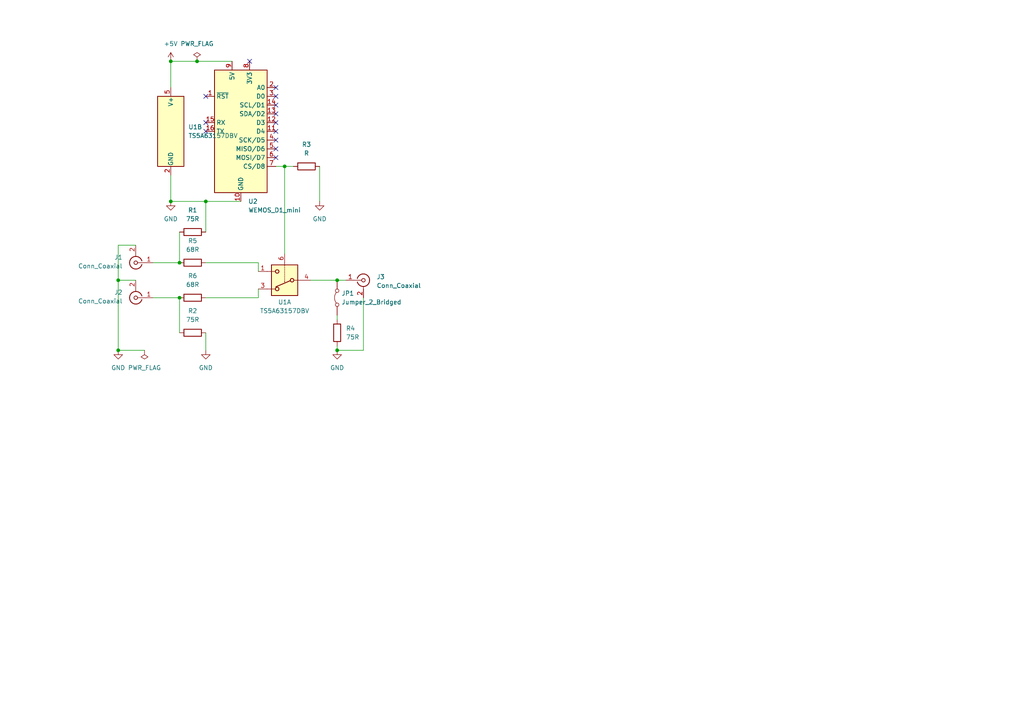
<source format=kicad_sch>
(kicad_sch (version 20250114) (generator "eeschema") (generator_version "9.0")
  (paper "A4")
  (lib_symbols
    (symbol "Analog_Switch:TS5A63157DBV" (pin_names (offset 0.127))
      (property "Reference" "U" (at -3.175 4.699 0))
      (property "Value" "TS5A63157DBV" (at -3.175 2.921 0))
      (symbol "TS5A63157DBV_1_1"
        (polyline (pts (xy -5.08 0) (xy -2.794 0)))
        (rectangle (start -3.81 4.445) (end 3.81 -4.445) (stroke (width 0.254)) (fill (type background)))
        (circle (center -2.159 0) (radius 0.508) (stroke (width 0.254)))
        (polyline (pts (xy -1.651 0.127) (xy 2.54 1.905)) (stroke (width 0.254)))
        (polyline (pts (xy 0 0.254) (xy 0 0.508)))
        (polyline (pts (xy 0 0.254) (xy 0 0.508)))
        (polyline (pts (xy 0 -0.254) (xy 0 0)))
        (polyline (pts (xy 0 -0.762) (xy 0 -0.508)))
        (polyline (pts (xy 0 -1.27) (xy 0 -1.016)))
        (polyline (pts (xy 0 -1.778) (xy 0 -1.524)))
        (polyline (pts (xy 0 -2.286) (xy 0 -2.032)))
        (polyline (pts (xy 0 -2.794) (xy 0 -2.54)))
        (polyline (pts (xy 0 -3.302) (xy 0 -3.048)))
        (polyline (pts (xy 0 -3.81) (xy 0 -3.556)))
        (polyline (pts (xy 0 -4.318) (xy 0 -4.064)))
        (polyline (pts (xy 0 -5.08) (xy 0 -4.572)))
        (circle (center 2.159 2.54) (radius 0.508) (stroke (width 0.254)))
        (circle (center 2.159 -2.54) (radius 0.508) (stroke (width 0.254)))
        (polyline (pts (xy 5.08 2.54) (xy 2.794 2.54)))
        (polyline (pts (xy 5.08 -2.54) (xy 2.794 -2.54)))
        (pin passive line (at -7.62 0 0) (length 2.54) (name "~") (number "4"))
        (pin input line (at 0 -7.62 90) (length 2.54) (name "~") (number "6"))
        (pin passive line (at 7.62 2.54 180) (length 2.54) (name "~") (number "3"))
        (pin passive line (at 7.62 -2.54 180) (length 2.54) (name "~") (number "1"))
      )
      (symbol "TS5A63157DBV_2_0"
        (pin power_in line (at 0 12.7 270) (length 2.54) (name "V+") (number "5"))
        (pin power_in line (at 0 -12.7 90) (length 2.54) (name "GND") (number "2"))
      )
      (symbol "TS5A63157DBV_2_1"
        (rectangle (start -3.81 10.16) (end 3.81 -10.16) (stroke (width 0.254)) (fill (type background)))
      )
    )
    (symbol "Connector:Conn_Coaxial" (pin_names (offset 1.016) (hide yes))
      (property "Reference" "J" (at 0.254 3.048 0))
      (property "Value" "Conn_Coaxial" (at 2.921 0 90))
      (symbol "Conn_Coaxial_0_1"
        (polyline (pts (xy -2.54 0) (xy -0.508 0)))
        (arc (start 1.778 0) (mid 0.222 -1.8079) (end -1.778 -0.508) (stroke (width 0.254)))
        (arc (start -1.778 0.508) (mid 0.2221 1.8084) (end 1.778 0) (stroke (width 0.254)))
        (circle (center 0 0) (radius 0.508) (stroke (width 0.2032)))
        (polyline (pts (xy 0 -2.54) (xy 0 -1.778)))
      )
      (symbol "Conn_Coaxial_1_1"
        (pin passive line (at -5.08 0 0) (length 2.54) (name "In") (number "1"))
        (pin passive line (at 0 -5.08 90) (length 2.54) (name "Ext") (number "2"))
      )
    )
    (symbol "Device:R" (pin_numbers (hide yes)) (pin_names (offset 0))
      (property "Reference" "R" (at 2.032 0 90))
      (property "Value" "R" (at 0 0 90))
      (symbol "R_0_1"
        (rectangle (start -1.016 -2.54) (end 1.016 2.54) (stroke (width 0.254)))
      )
      (symbol "R_1_1"
        (pin passive line (at 0 3.81 270) (length 1.27) (name "~") (number "1"))
        (pin passive line (at 0 -3.81 90) (length 1.27) (name "~") (number "2"))
      )
    )
    (symbol "Jumper:Jumper_2_Bridged" (pin_numbers (hide yes)) (pin_names (offset 0) (hide yes))
      (property "Reference" "JP" (at 0 1.905 0))
      (property "Value" "Jumper_2_Bridged" (at 0 -2.54 0))
      (symbol "Jumper_2_Bridged_0_0"
        (circle (center -2.032 0) (radius 0.508))
        (circle (center 2.032 0) (radius 0.508))
      )
      (symbol "Jumper_2_Bridged_0_1"
        (arc (start -1.524 0.254) (mid 0 0.762) (end 1.524 0.254))
      )
      (symbol "Jumper_2_Bridged_1_1"
        (pin passive line (at -5.08 0 0) (length 2.54) (name "A") (number "1"))
        (pin passive line (at 5.08 0 180) (length 2.54) (name "B") (number "2"))
      )
    )
    (symbol "RF_Module:WEMOS_D1_mini"
      (property "Reference" "U" (at 3.81 19.05 0))
      (property "Value" "WEMOS_D1_mini" (at 1.27 -19.05 0))
      (symbol "WEMOS_D1_mini_1_1"
        (rectangle (start -7.62 17.78) (end 7.62 -17.78) (stroke (width 0.254)) (fill (type background)))
        (pin input line (at -10.16 10.16 0) (length 2.54) (name "~{RST}") (number "1"))
        (pin input line (at -10.16 2.54 0) (length 2.54) (name "RX") (number "15"))
        (pin output line (at -10.16 0 0) (length 2.54) (name "TX") (number "16"))
        (pin power_in line (at -2.54 20.32 270) (length 2.54) (name "5V") (number "9"))
        (pin power_in line (at 0 -20.32 90) (length 2.54) (name "GND") (number "10"))
        (pin power_out line (at 2.54 20.32 270) (length 2.54) (name "3V3") (number "8"))
        (pin input line (at 10.16 12.7 180) (length 2.54) (name "A0") (number "2"))
        (pin bidirectional line (at 10.16 10.16 180) (length 2.54) (name "D0") (number "3"))
        (pin bidirectional line (at 10.16 7.62 180) (length 2.54) (name "SCL/D1") (number "14"))
        (pin bidirectional line (at 10.16 5.08 180) (length 2.54) (name "SDA/D2") (number "13"))
        (pin bidirectional line (at 10.16 2.54 180) (length 2.54) (name "D3") (number "12"))
        (pin bidirectional line (at 10.16 0 180) (length 2.54) (name "D4") (number "11"))
        (pin bidirectional line (at 10.16 -2.54 180) (length 2.54) (name "SCK/D5") (number "4"))
        (pin bidirectional line (at 10.16 -5.08 180) (length 2.54) (name "MISO/D6") (number "5"))
        (pin bidirectional line (at 10.16 -7.62 180) (length 2.54) (name "MOSI/D7") (number "6"))
        (pin bidirectional line (at 10.16 -10.16 180) (length 2.54) (name "CS/D8") (number "7"))
      )
    )
    (symbol "power:+5V" (power) (pin_numbers (hide yes)) (pin_names (offset 0) (hide yes))
      (property "Value" "+5V" (at 0 3.556 0))
      (symbol "+5V_0_1"
        (polyline (pts (xy -0.762 1.27) (xy 0 2.54)))
        (polyline (pts (xy 0 2.54) (xy 0.762 1.27)))
        (polyline (pts (xy 0 0) (xy 0 2.54)))
      )
      (symbol "+5V_1_1"
        (pin power_in line (at 0 0 90) (length 0) (name "~") (number "1"))
      )
    )
    (symbol "power:GND" (power) (pin_numbers (hide yes)) (pin_names (offset 0) (hide yes))
      (property "Value" "GND" (at 0 -3.81 0))
      (symbol "GND_0_1"
        (polyline (pts (xy 0 0) (xy 0 -1.27) (xy 1.27 -1.27) (xy 0 -2.54) (xy -1.27 -1.27) (xy 0 -1.27)))
      )
      (symbol "GND_1_1"
        (pin power_in line (at 0 0 270) (length 0) (name "~") (number "1"))
      )
    )
    (symbol "power:PWR_FLAG" (power) (pin_numbers (hide yes)) (pin_names (offset 0) (hide yes))
      (property "Value" "PWR_FLAG" (at 0 3.81 0))
      (symbol "PWR_FLAG_0_0"
        (pin power_out line (at 0 0 90) (length 0) (name "~") (number "1"))
      )
      (symbol "PWR_FLAG_0_1"
        (polyline (pts (xy 0 0) (xy 0 1.27) (xy -1.016 1.905) (xy 0 2.54) (xy 1.016 1.905) (xy 0 1.27)))
      )
    )
  )
  (junction (at 59.69 58.42))
  (junction (at 34.29 81.28))
  (junction (at 49.53 17.78))
  (junction (at 97.79 81.28))
  (junction (at 82.55 48.26))
  (junction (at 34.29 101.6))
  (junction (at 57.15 17.78))
  (junction (at 49.53 58.42))
  (junction (at 52.07 76.2))
  (junction (at 52.07 86.36))
  (junction (at 97.79 101.6))
  (no_connect (at 59.69 38.1))
  (no_connect (at 80.01 33.02))
  (no_connect (at 80.01 35.56))
  (no_connect (at 72.39 17.78))
  (no_connect (at 80.01 38.1))
  (no_connect (at 80.01 40.64))
  (no_connect (at 80.01 43.18))
  (no_connect (at 80.01 25.4))
  (no_connect (at 80.01 27.94))
  (no_connect (at 80.01 45.72))
  (no_connect (at 59.69 27.94))
  (no_connect (at 59.69 35.56))
  (no_connect (at 80.01 30.48))
  (wire (pts (xy 74.93 86.36) (xy 74.93 83.82)))
  (wire (pts (xy 59.69 58.42) (xy 59.69 67.31)))
  (wire (pts (xy 52.07 76.2) (xy 52.07 67.31)))
  (wire (pts (xy 59.69 86.36) (xy 74.93 86.36)))
  (wire (pts (xy 90.17 81.28) (xy 97.79 81.28)))
  (wire (pts (xy 74.93 76.2) (xy 74.93 78.74)))
  (wire (pts (xy 85.09 48.26) (xy 82.55 48.26)))
  (wire (pts (xy 49.53 17.78) (xy 49.53 25.4)))
  (wire (pts (xy 49.53 58.42) (xy 49.53 50.8)))
  (wire (pts (xy 97.79 100.33) (xy 97.79 101.6)))
  (wire (pts (xy 82.55 48.26) (xy 82.55 73.66)))
  (wire (pts (xy 57.15 17.78) (xy 49.53 17.78)))
  (wire (pts (xy 80.01 48.26) (xy 82.55 48.26)))
  (wire (pts (xy 34.29 81.28) (xy 39.37 81.28)))
  (wire (pts (xy 69.85 58.42) (xy 59.69 58.42)))
  (wire (pts (xy 34.29 81.28) (xy 34.29 101.6)))
  (wire (pts (xy 97.79 91.44) (xy 97.79 92.71)))
  (wire (pts (xy 44.45 76.2) (xy 52.07 76.2)))
  (wire (pts (xy 34.29 101.6) (xy 41.91 101.6)))
  (wire (pts (xy 59.69 76.2) (xy 74.93 76.2)))
  (wire (pts (xy 44.45 86.36) (xy 52.07 86.36)))
  (wire (pts (xy 52.07 86.36) (xy 52.07 96.52)))
  (wire (pts (xy 105.41 101.6) (xy 97.79 101.6)))
  (wire (pts (xy 105.41 86.36) (xy 105.41 101.6)))
  (wire (pts (xy 67.31 17.78) (xy 57.15 17.78)))
  (wire (pts (xy 59.69 96.52) (xy 59.69 101.6)))
  (wire (pts (xy 59.69 58.42) (xy 49.53 58.42)))
  (wire (pts (xy 92.71 48.26) (xy 92.71 58.42)))
  (wire (pts (xy 97.79 81.28) (xy 100.33 81.28)))
  (wire (pts (xy 39.37 71.12) (xy 34.29 71.12)))
  (wire (pts (xy 34.29 71.12) (xy 34.29 81.28)))
  (symbol (lib_id "power:GND") (at 92.71 58.42 0) (unit 1)
    (property "Reference" "#PWR05" (effects (hide yes)))
    (property "Value" "GND" (at 92.71 63.5 0))
    (property "Description" "Power symbol creates a global label with name \"GND\" , ground" (effects (hide yes)))
  )
  (symbol (lib_id "Analog_Switch:TS5A63157DBV") (at 49.53 38.1 0) (unit 2)
    (property "Reference" "U1" (at 54.61 36.8299 0) (effects (justify left)))
    (property "Value" "TS5A63157DBV" (at 54.61 39.3699 0) (effects (justify left)))
    (property "Footprint" "Package_TO_SOT_SMD:SOT-23-6_Handsoldering" (effects (hide yes)))
    (property "Datasheet" "https://www.ti.com/lit/ds/symlink/ts5a63157.pdf" (effects (hide yes)))
    (property "Description" "Single SPDT Analog Switch, 5V/3.3V Single-Supply Operation, 12Ohm Ron, SOT-23-6" (effects (hide yes)))
  )
  (symbol (lib_id "Device:R") (at 88.9 48.26 270) (unit 1)
    (property "Reference" "R3" (at 88.9 41.91 90))
    (property "Value" "R" (at 88.9 44.45 90))
    (property "Description" "Resistor" (effects (hide yes)))
  )
  (symbol (lib_id "power:PWR_FLAG") (at 41.91 101.6 180) (unit 1)
    (property "Reference" "#FLG02" (effects (hide yes)))
    (property "Value" "PWR_FLAG" (at 41.91 106.68 0))
    (property "Description" "Special symbol for telling ERC where power comes from" (effects (hide yes)))
  )
  (symbol (lib_id "Device:R") (at 55.88 86.36 90) (unit 1)
    (property "Reference" "R6" (at 55.88 80.01 90))
    (property "Value" "68R" (at 55.88 82.55 90))
    (property "Description" "Resistor" (effects (hide yes)))
  )
  (symbol (lib_id "Device:R") (at 97.79 96.52 180) (unit 1)
    (property "Reference" "R4" (at 100.33 95.2499 0) (effects (justify right)))
    (property "Value" "75R" (at 100.33 97.7899 0) (effects (justify right)))
    (property "Description" "Resistor" (effects (hide yes)))
  )
  (symbol (lib_id "power:GND") (at 97.79 101.6 0) (unit 1)
    (property "Reference" "#PWR03" (effects (hide yes)))
    (property "Value" "GND" (at 97.79 106.68 0))
    (property "Description" "Power symbol creates a global label with name \"GND\" , ground" (effects (hide yes)))
  )
  (symbol (lib_id "Jumper:Jumper_2_Bridged") (at 97.79 86.36 90) (unit 1)
    (property "Reference" "JP1" (at 99.06 85.0899 90) (effects (justify right)))
    (property "Value" "Jumper_2_Bridged" (at 99.06 87.6299 90) (effects (justify right)))
    (property "Description" "Jumper, 2-pole, closed/bridged" (effects (hide yes)))
  )
  (symbol (lib_id "Connector:Conn_Coaxial") (at 39.37 86.36 180) (unit 1)
    (property "Reference" "J2" (at 35.56 84.7967 0) (effects (justify left)))
    (property "Value" "Conn_Coaxial" (at 35.56 87.3367 0) (effects (justify left)))
    (property "Description" "coaxial connector (BNC, SMA, SMB, SMC, Cinch/RCA, LEMO, ...)" (effects (hide yes)))
  )
  (symbol (lib_id "power:GND") (at 49.53 58.42 0) (unit 1)
    (property "Reference" "#PWR04" (effects (hide yes)))
    (property "Value" "GND" (at 49.53 63.5 0))
    (property "Description" "Power symbol creates a global label with name \"GND\" , ground" (effects (hide yes)))
  )
  (symbol (lib_id "RF_Module:WEMOS_D1_mini") (at 69.85 38.1 0) (unit 1)
    (property "Reference" "U2" (at 71.9933 58.42 0) (effects (justify left)))
    (property "Value" "WEMOS_D1_mini" (at 71.9933 60.96 0) (effects (justify left)))
    (property "Footprint" "RF_Module:WEMOS_D1_mini_light" (effects (hide yes)))
    (property "Datasheet" "https://wiki.wemos.cc/products:d1:d1_mini#documentation" (effects (hide yes)))
    (property "Description" "32-bit microcontroller module with WiFi" (effects (hide yes)))
  )
  (symbol (lib_id "Device:R") (at 55.88 76.2 90) (unit 1)
    (property "Reference" "R5" (at 55.88 69.85 90))
    (property "Value" "68R" (at 55.88 72.39 90))
    (property "Description" "Resistor" (effects (hide yes)))
  )
  (symbol (lib_id "power:GND") (at 34.29 101.6 0) (unit 1)
    (property "Reference" "#PWR01" (effects (hide yes)))
    (property "Value" "GND" (at 34.29 106.68 0))
    (property "Description" "Power symbol creates a global label with name \"GND\" , ground" (effects (hide yes)))
  )
  (symbol (lib_id "power:GND") (at 59.69 101.6 0) (unit 1)
    (property "Reference" "#PWR02" (effects (hide yes)))
    (property "Value" "GND" (at 59.69 106.68 0))
    (property "Description" "Power symbol creates a global label with name \"GND\" , ground" (effects (hide yes)))
  )
  (symbol (lib_id "Device:R") (at 55.88 96.52 90) (unit 1)
    (property "Reference" "R2" (at 55.88 90.17 90))
    (property "Value" "75R" (at 55.88 92.71 90))
    (property "Description" "Resistor" (effects (hide yes)))
  )
  (symbol (lib_id "Device:R") (at 55.88 67.31 90) (unit 1)
    (property "Reference" "R1" (at 55.88 60.96 90))
    (property "Value" "75R" (at 55.88 63.5 90))
    (property "Description" "Resistor" (effects (hide yes)))
  )
  (symbol (lib_id "power:+5V") (at 49.53 17.78 0) (unit 1)
    (property "Reference" "#PWR06" (effects (hide yes)))
    (property "Value" "+5V" (at 49.53 12.7 0))
    (property "Description" "Power symbol creates a global label with name \"+5V\"" (effects (hide yes)))
  )
  (symbol (lib_id "Analog_Switch:TS5A63157DBV") (at 82.55 81.28 180) (unit 1)
    (property "Reference" "U1" (at 82.55 87.63 0))
    (property "Value" "TS5A63157DBV" (at 82.55 90.17 0))
    (property "Footprint" "Package_TO_SOT_SMD:SOT-23-6_Handsoldering" (effects (hide yes)))
    (property "Datasheet" "https://www.ti.com/lit/ds/symlink/ts5a63157.pdf" (effects (hide yes)))
    (property "Description" "Single SPDT Analog Switch, 5V/3.3V Single-Supply Operation, 12Ohm Ron, SOT-23-6" (effects (hide yes)))
  )
  (symbol (lib_id "Connector:Conn_Coaxial") (at 105.41 81.28 0) (unit 1)
    (property "Reference" "J3" (at 109.22 80.3031 0) (effects (justify left)))
    (property "Value" "Conn_Coaxial" (at 109.22 82.8431 0) (effects (justify left)))
    (property "Description" "coaxial connector (BNC, SMA, SMB, SMC, Cinch/RCA, LEMO, ...)" (effects (hide yes)))
  )
  (symbol (lib_id "Connector:Conn_Coaxial") (at 39.37 76.2 180) (unit 1)
    (property "Reference" "J1" (at 35.56 74.6367 0) (effects (justify left)))
    (property "Value" "Conn_Coaxial" (at 35.56 77.1767 0) (effects (justify left)))
    (property "Description" "coaxial connector (BNC, SMA, SMB, SMC, Cinch/RCA, LEMO, ...)" (effects (hide yes)))
  )
  (symbol (lib_id "power:PWR_FLAG") (at 57.15 17.78 0) (unit 1)
    (property "Reference" "#FLG01" (effects (hide yes)))
    (property "Value" "PWR_FLAG" (at 57.15 12.7 0))
    (property "Description" "Special symbol for telling ERC where power comes from" (effects (hide yes)))
  )
)
</source>
